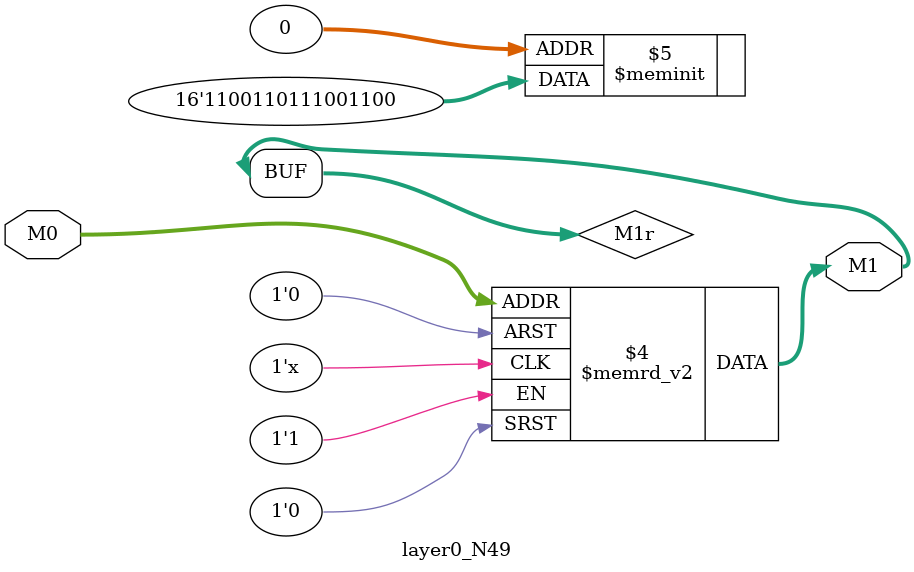
<source format=v>
module layer0_N49 ( input [2:0] M0, output [1:0] M1 );

	(*rom_style = "distributed" *) reg [1:0] M1r;
	assign M1 = M1r;
	always @ (M0) begin
		case (M0)
			3'b000: M1r = 2'b00;
			3'b100: M1r = 2'b01;
			3'b010: M1r = 2'b00;
			3'b110: M1r = 2'b00;
			3'b001: M1r = 2'b11;
			3'b101: M1r = 2'b11;
			3'b011: M1r = 2'b11;
			3'b111: M1r = 2'b11;

		endcase
	end
endmodule

</source>
